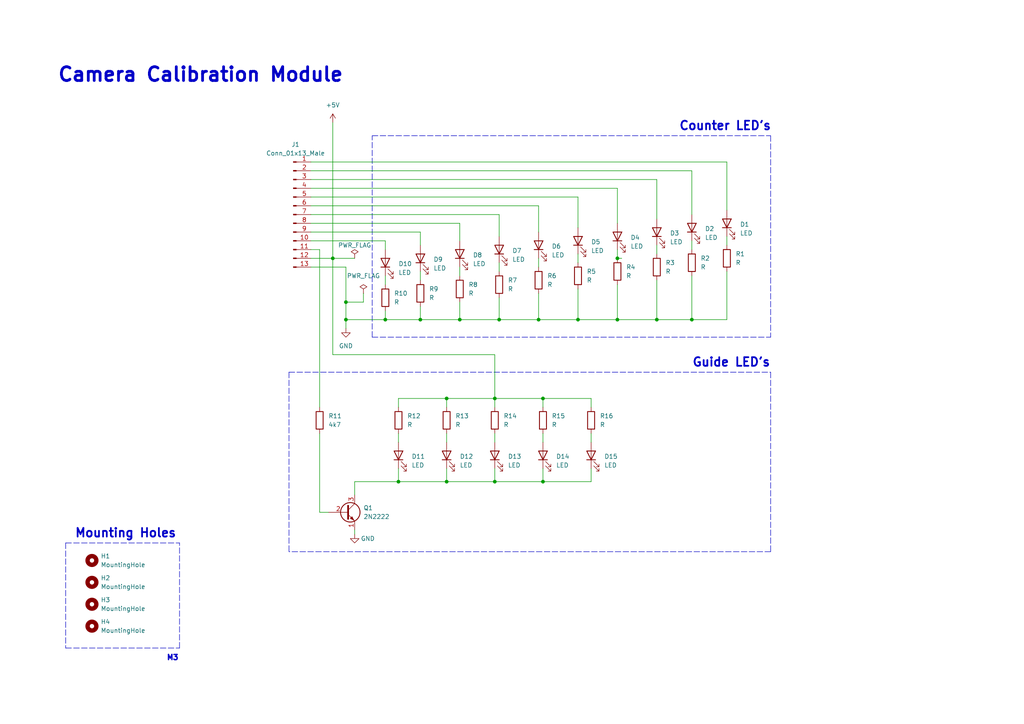
<source format=kicad_sch>
(kicad_sch (version 20211123) (generator eeschema)
  (paper "A4")
  (title_block (title "Camera Calibration Module (LED Counter)") (date "2022-12-16") (rev "0.1") (company "Alexander Sage") (comment 1 "Binary LED counter used for measuring the internal delay of the connected camera."))
  (lib_symbols
    (symbol "Connector:Conn_01x13_Male" (pin_names (offset 1.016) hide)
      (property "Reference" "J" (at 0 17.78 0))
      (property "Value" "Conn_01x13_Male" (at 0 -17.78 0))
      (symbol "Conn_01x13_Male_1_1"
        (polyline (pts (xy 1.27 -15.24) (xy 0.8636 -15.24)) (stroke (width 0.1524)))
        (polyline (pts (xy 1.27 -12.7) (xy 0.8636 -12.7)) (stroke (width 0.1524)))
        (polyline (pts (xy 1.27 -10.16) (xy 0.8636 -10.16)) (stroke (width 0.1524)))
        (polyline (pts (xy 1.27 -7.62) (xy 0.8636 -7.62)) (stroke (width 0.1524)))
        (polyline (pts (xy 1.27 -5.08) (xy 0.8636 -5.08)) (stroke (width 0.1524)))
        (polyline (pts (xy 1.27 -2.54) (xy 0.8636 -2.54)) (stroke (width 0.1524)))
        (polyline (pts (xy 1.27 0) (xy 0.8636 0)) (stroke (width 0.1524)))
        (polyline (pts (xy 1.27 2.54) (xy 0.8636 2.54)) (stroke (width 0.1524)))
        (polyline (pts (xy 1.27 5.08) (xy 0.8636 5.08)) (stroke (width 0.1524)))
        (polyline (pts (xy 1.27 7.62) (xy 0.8636 7.62)) (stroke (width 0.1524)))
        (polyline (pts (xy 1.27 10.16) (xy 0.8636 10.16)) (stroke (width 0.1524)))
        (polyline (pts (xy 1.27 12.7) (xy 0.8636 12.7)) (stroke (width 0.1524)))
        (polyline (pts (xy 1.27 15.24) (xy 0.8636 15.24)) (stroke (width 0.1524)))
        (rectangle (start 0.8636 -15.113) (end 0 -15.367) (stroke (width 0.1524)) (fill (type outline)))
        (rectangle (start 0.8636 -12.573) (end 0 -12.827) (stroke (width 0.1524)) (fill (type outline)))
        (rectangle (start 0.8636 -10.033) (end 0 -10.287) (stroke (width 0.1524)) (fill (type outline)))
        (rectangle (start 0.8636 -7.493) (end 0 -7.747) (stroke (width 0.1524)) (fill (type outline)))
        (rectangle (start 0.8636 -4.953) (end 0 -5.207) (stroke (width 0.1524)) (fill (type outline)))
        (rectangle (start 0.8636 -2.413) (end 0 -2.667) (stroke (width 0.1524)) (fill (type outline)))
        (rectangle (start 0.8636 0.127) (end 0 -0.127) (stroke (width 0.1524)) (fill (type outline)))
        (rectangle (start 0.8636 2.667) (end 0 2.413) (stroke (width 0.1524)) (fill (type outline)))
        (rectangle (start 0.8636 5.207) (end 0 4.953) (stroke (width 0.1524)) (fill (type outline)))
        (rectangle (start 0.8636 7.747) (end 0 7.493) (stroke (width 0.1524)) (fill (type outline)))
        (rectangle (start 0.8636 10.287) (end 0 10.033) (stroke (width 0.1524)) (fill (type outline)))
        (rectangle (start 0.8636 12.827) (end 0 12.573) (stroke (width 0.1524)) (fill (type outline)))
        (rectangle (start 0.8636 15.367) (end 0 15.113) (stroke (width 0.1524)) (fill (type outline)))
        (pin passive line (at 5.08 15.24 180) (length 3.81) (name "Pin_1") (number "1"))
        (pin passive line (at 5.08 -7.62 180) (length 3.81) (name "Pin_10") (number "10"))
        (pin passive line (at 5.08 -10.16 180) (length 3.81) (name "Pin_11") (number "11"))
        (pin passive line (at 5.08 -12.7 180) (length 3.81) (name "Pin_12") (number "12"))
        (pin passive line (at 5.08 -15.24 180) (length 3.81) (name "Pin_13") (number "13"))
        (pin passive line (at 5.08 12.7 180) (length 3.81) (name "Pin_2") (number "2"))
        (pin passive line (at 5.08 10.16 180) (length 3.81) (name "Pin_3") (number "3"))
        (pin passive line (at 5.08 7.62 180) (length 3.81) (name "Pin_4") (number "4"))
        (pin passive line (at 5.08 5.08 180) (length 3.81) (name "Pin_5") (number "5"))
        (pin passive line (at 5.08 2.54 180) (length 3.81) (name "Pin_6") (number "6"))
        (pin passive line (at 5.08 0 180) (length 3.81) (name "Pin_7") (number "7"))
        (pin passive line (at 5.08 -2.54 180) (length 3.81) (name "Pin_8") (number "8"))
        (pin passive line (at 5.08 -5.08 180) (length 3.81) (name "Pin_9") (number "9"))
      )
    )
    (symbol "Device:LED" (pin_numbers hide) (pin_names (offset 1.016) hide)
      (property "Reference" "D" (at 0 2.54 0))
      (property "Value" "LED" (at 0 -2.54 0))
      (symbol "LED_0_1"
        (polyline (pts (xy -1.27 -1.27) (xy -1.27 1.27)) (stroke (width 0.254)))
        (polyline (pts (xy -1.27 0) (xy 1.27 0)))
        (polyline (pts (xy 1.27 -1.27) (xy 1.27 1.27) (xy -1.27 0) (xy 1.27 -1.27)) (stroke (width 0.254)))
        (polyline (pts (xy -3.048 -0.762) (xy -4.572 -2.286) (xy -3.81 -2.286) (xy -4.572 -2.286) (xy -4.572 -1.524)))
        (polyline (pts (xy -1.778 -0.762) (xy -3.302 -2.286) (xy -2.54 -2.286) (xy -3.302 -2.286) (xy -3.302 -1.524)))
      )
      (symbol "LED_1_1"
        (pin passive line (at -3.81 0 0) (length 2.54) (name "K") (number "1"))
        (pin passive line (at 3.81 0 180) (length 2.54) (name "A") (number "2"))
      )
    )
    (symbol "Device:Q_NPN_EBC" (pin_names (offset 0) hide)
      (property "Reference" "Q" (at 5.08 1.27 0))
      (property "Value" "Q_NPN_EBC" (at 5.08 -1.27 0))
      (symbol "Q_NPN_EBC_0_1"
        (polyline (pts (xy 0.635 0.635) (xy 2.54 2.54)))
        (polyline (pts (xy 0.635 -0.635) (xy 2.54 -2.54) (xy 2.54 -2.54)))
        (polyline (pts (xy 0.635 1.905) (xy 0.635 -1.905) (xy 0.635 -1.905)) (stroke (width 0.508)))
        (polyline (pts (xy 1.27 -1.778) (xy 1.778 -1.27) (xy 2.286 -2.286) (xy 1.27 -1.778) (xy 1.27 -1.778)) (fill (type outline)))
        (circle (center 1.27 0) (radius 2.8194) (stroke (width 0.254)))
      )
      (symbol "Q_NPN_EBC_1_1"
        (pin passive line (at 2.54 -5.08 90) (length 2.54) (name "E") (number "1"))
        (pin passive line (at -5.08 0 0) (length 5.715) (name "B") (number "2"))
        (pin passive line (at 2.54 5.08 270) (length 2.54) (name "C") (number "3"))
      )
    )
    (symbol "Device:R" (pin_numbers hide) (pin_names (offset 0))
      (property "Reference" "R" (at 2.032 0 90))
      (property "Value" "R" (at 0 0 90))
      (symbol "R_0_1"
        (rectangle (start -1.016 -2.54) (end 1.016 2.54) (stroke (width 0.254)))
      )
      (symbol "R_1_1"
        (pin passive line (at 0 3.81 270) (length 1.27) (name "~") (number "1"))
        (pin passive line (at 0 -3.81 90) (length 1.27) (name "~") (number "2"))
      )
    )
    (symbol "Mechanical:MountingHole" (pin_names (offset 1.016))
      (property "Reference" "H" (at 0 5.08 0))
      (property "Value" "MountingHole" (at 0 3.175 0))
      (symbol "MountingHole_0_1"
        (circle (center 0 0) (radius 1.27) (stroke (width 1.27)))
      )
    )
    (symbol "power:+5V" (power) (pin_names (offset 0))
      (property "Value" "+5V" (at 0 3.556 0))
      (symbol "+5V_0_1"
        (polyline (pts (xy -0.762 1.27) (xy 0 2.54)))
        (polyline (pts (xy 0 0) (xy 0 2.54)))
        (polyline (pts (xy 0 2.54) (xy 0.762 1.27)))
      )
      (symbol "+5V_1_1"
        (pin power_in line (at 0 0 90) (length 0) hide (name "+5V") (number "1"))
      )
    )
    (symbol "power:GND" (power) (pin_names (offset 0))
      (property "Value" "GND" (at 0 -3.81 0))
      (symbol "GND_0_1"
        (polyline (pts (xy 0 0) (xy 0 -1.27) (xy 1.27 -1.27) (xy 0 -2.54) (xy -1.27 -1.27) (xy 0 -1.27)))
      )
      (symbol "GND_1_1"
        (pin power_in line (at 0 0 270) (length 0) hide (name "GND") (number "1"))
      )
    )
    (symbol "power:PWR_FLAG" (power) (pin_numbers hide) (pin_names (offset 0) hide)
      (property "Value" "PWR_FLAG" (at 0 3.81 0))
      (symbol "PWR_FLAG_0_0"
        (pin power_out line (at 0 0 90) (length 0) (name "pwr") (number "1"))
      )
      (symbol "PWR_FLAG_0_1"
        (polyline (pts (xy 0 0) (xy 0 1.27) (xy -1.016 1.905) (xy 0 2.54) (xy 1.016 1.905) (xy 0 1.27)))
      )
    )
  )
  (junction (at 179.07 74.93))
  (junction (at 133.35 92.71))
  (junction (at 143.51 139.7))
  (junction (at 100.33 92.71))
  (junction (at 200.66 92.71))
  (junction (at 157.48 115.57))
  (junction (at 96.52 74.93))
  (junction (at 144.78 92.71))
  (junction (at 143.51 115.57))
  (junction (at 115.57 139.7))
  (junction (at 100.33 87.63))
  (junction (at 190.5 92.71))
  (junction (at 179.07 92.71))
  (junction (at 157.48 139.7))
  (junction (at 156.21 92.71))
  (junction (at 129.54 115.57))
  (junction (at 167.64 92.71))
  (junction (at 129.54 139.7))
  (junction (at 111.76 92.71))
  (junction (at 121.92 92.71))
  (wire (pts (xy 190.5 71.12) (xy 190.5 73.66)))
  (wire (pts (xy 111.76 69.85) (xy 111.76 72.39)))
  (wire (pts (xy 102.87 139.7) (xy 102.87 143.51)))
  (wire (pts (xy 157.48 125.73) (xy 157.48 128.27)))
  (wire (pts (xy 210.82 78.74) (xy 210.82 92.71)))
  (wire (pts (xy 129.54 115.57) (xy 129.54 118.11)))
  (wire (pts (xy 157.48 139.7) (xy 143.51 139.7)))
  (wire (pts (xy 121.92 67.31) (xy 121.92 71.12)))
  (wire (pts (xy 90.17 54.61) (xy 179.07 54.61)))
  (wire (pts (xy 115.57 115.57) (xy 115.57 118.11)))
  (wire (pts (xy 133.35 92.71) (xy 121.92 92.71)))
  (wire (pts (xy 102.87 153.67) (xy 102.87 154.94)))
  (polyline (pts (xy 107.95 39.37) (xy 223.52 39.37)))
  (wire (pts (xy 115.57 135.89) (xy 115.57 139.7)))
  (wire (pts (xy 115.57 139.7) (xy 102.87 139.7)))
  (wire (pts (xy 171.45 135.89) (xy 171.45 139.7)))
  (wire (pts (xy 190.5 81.28) (xy 190.5 92.71)))
  (wire (pts (xy 167.64 57.15) (xy 167.64 66.04)))
  (polyline (pts (xy 107.95 97.79) (xy 223.52 97.79)))
  (wire (pts (xy 111.76 90.17) (xy 111.76 92.71)))
  (polyline (pts (xy 19.05 157.48) (xy 52.07 157.48)))
  (wire (pts (xy 100.33 87.63) (xy 105.41 87.63)))
  (polyline (pts (xy 52.07 187.96) (xy 52.07 157.48)))
  (wire (pts (xy 167.64 92.71) (xy 156.21 92.71)))
  (wire (pts (xy 171.45 118.11) (xy 171.45 115.57)))
  (wire (pts (xy 210.82 46.99) (xy 210.82 60.96)))
  (wire (pts (xy 190.5 92.71) (xy 179.07 92.71)))
  (wire (pts (xy 90.17 46.99) (xy 210.82 46.99)))
  (wire (pts (xy 156.21 59.69) (xy 156.21 67.31)))
  (wire (pts (xy 96.52 74.93) (xy 96.52 35.56)))
  (wire (pts (xy 156.21 92.71) (xy 144.78 92.71)))
  (wire (pts (xy 156.21 85.09) (xy 156.21 92.71)))
  (wire (pts (xy 157.48 118.11) (xy 157.48 115.57)))
  (wire (pts (xy 143.51 125.73) (xy 143.51 128.27)))
  (wire (pts (xy 90.17 57.15) (xy 167.64 57.15)))
  (wire (pts (xy 157.48 135.89) (xy 157.48 139.7)))
  (wire (pts (xy 144.78 86.36) (xy 144.78 92.71)))
  (wire (pts (xy 90.17 69.85) (xy 111.76 69.85)))
  (polyline (pts (xy 223.52 160.02) (xy 83.82 160.02)))
  (wire (pts (xy 115.57 125.73) (xy 115.57 128.27)))
  (wire (pts (xy 143.51 135.89) (xy 143.51 139.7)))
  (wire (pts (xy 144.78 76.2) (xy 144.78 78.74)))
  (wire (pts (xy 179.07 82.55) (xy 179.07 92.71)))
  (wire (pts (xy 111.76 80.01) (xy 111.76 82.55)))
  (polyline (pts (xy 19.05 157.48) (xy 19.05 187.96)))
  (wire (pts (xy 121.92 88.9) (xy 121.92 92.71)))
  (wire (pts (xy 143.51 102.87) (xy 143.51 115.57)))
  (wire (pts (xy 96.52 102.87) (xy 96.52 74.93)))
  (wire (pts (xy 133.35 77.47) (xy 133.35 80.01)))
  (wire (pts (xy 200.66 49.53) (xy 200.66 62.23)))
  (wire (pts (xy 167.64 73.66) (xy 167.64 76.2)))
  (wire (pts (xy 100.33 92.71) (xy 100.33 87.63)))
  (wire (pts (xy 90.17 72.39) (xy 92.71 72.39)))
  (wire (pts (xy 171.45 125.73) (xy 171.45 128.27)))
  (wire (pts (xy 179.07 92.71) (xy 167.64 92.71)))
  (wire (pts (xy 90.17 49.53) (xy 200.66 49.53)))
  (wire (pts (xy 133.35 87.63) (xy 133.35 92.71)))
  (wire (pts (xy 210.82 68.58) (xy 210.82 71.12)))
  (wire (pts (xy 111.76 92.71) (xy 100.33 92.71)))
  (wire (pts (xy 115.57 139.7) (xy 129.54 139.7)))
  (wire (pts (xy 92.71 125.73) (xy 92.71 148.59)))
  (wire (pts (xy 129.54 135.89) (xy 129.54 139.7)))
  (wire (pts (xy 200.66 80.01) (xy 200.66 92.71)))
  (wire (pts (xy 210.82 92.71) (xy 200.66 92.71)))
  (polyline (pts (xy 83.82 107.95) (xy 223.52 107.95)))
  (polyline (pts (xy 107.95 97.79) (xy 107.95 39.37)))
  (wire (pts (xy 129.54 115.57) (xy 115.57 115.57)))
  (wire (pts (xy 144.78 62.23) (xy 144.78 68.58)))
  (polyline (pts (xy 223.52 107.95) (xy 223.52 160.02)))
  (wire (pts (xy 100.33 87.63) (xy 100.33 77.47)))
  (wire (pts (xy 100.33 92.71) (xy 100.33 95.25)))
  (polyline (pts (xy 83.82 107.95) (xy 83.82 160.02)))
  (polyline (pts (xy 223.52 39.37) (xy 223.52 97.79)))
  (wire (pts (xy 90.17 64.77) (xy 133.35 64.77)))
  (wire (pts (xy 90.17 67.31) (xy 121.92 67.31)))
  (wire (pts (xy 143.51 115.57) (xy 143.51 118.11)))
  (wire (pts (xy 90.17 74.93) (xy 96.52 74.93)))
  (wire (pts (xy 105.41 85.09) (xy 105.41 87.63)))
  (wire (pts (xy 90.17 52.07) (xy 190.5 52.07)))
  (wire (pts (xy 143.51 115.57) (xy 129.54 115.57)))
  (wire (pts (xy 90.17 62.23) (xy 144.78 62.23)))
  (wire (pts (xy 179.07 74.93) (xy 180.34 74.93)))
  (wire (pts (xy 121.92 78.74) (xy 121.92 81.28)))
  (wire (pts (xy 157.48 115.57) (xy 171.45 115.57)))
  (wire (pts (xy 96.52 102.87) (xy 143.51 102.87)))
  (wire (pts (xy 157.48 115.57) (xy 143.51 115.57)))
  (wire (pts (xy 167.64 83.82) (xy 167.64 92.71)))
  (wire (pts (xy 171.45 139.7) (xy 157.48 139.7)))
  (wire (pts (xy 90.17 59.69) (xy 156.21 59.69)))
  (wire (pts (xy 156.21 74.93) (xy 156.21 77.47)))
  (wire (pts (xy 200.66 69.85) (xy 200.66 72.39)))
  (wire (pts (xy 95.25 148.59) (xy 92.71 148.59)))
  (polyline (pts (xy 19.05 187.96) (xy 52.07 187.96)))
  (wire (pts (xy 92.71 72.39) (xy 92.71 118.11)))
  (wire (pts (xy 200.66 92.71) (xy 190.5 92.71)))
  (wire (pts (xy 90.17 77.47) (xy 100.33 77.47)))
  (wire (pts (xy 133.35 64.77) (xy 133.35 69.85)))
  (wire (pts (xy 179.07 72.39) (xy 179.07 74.93)))
  (wire (pts (xy 121.92 92.71) (xy 111.76 92.71)))
  (wire (pts (xy 143.51 139.7) (xy 129.54 139.7)))
  (wire (pts (xy 144.78 92.71) (xy 133.35 92.71)))
  (wire (pts (xy 179.07 54.61) (xy 179.07 64.77)))
  (wire (pts (xy 129.54 125.73) (xy 129.54 128.27)))
  (wire (pts (xy 96.52 74.93) (xy 102.87 74.93)))
  (wire (pts (xy 190.5 52.07) (xy 190.5 63.5)))
  (text "M3\n" (at 48.26 191.77 0) (effects (font (size 1.5 1.5) (thickness 0.5) bold) (justify left bottom)))
  (text "Guide LED's" (at 200.66 106.68 0) (effects (font (size 2.5 2.5) (thickness 0.5) bold) (justify left bottom)))
  (text "Camera Calibration Module" (at 16.51 24.13 0) (effects (font (size 4 4) bold) (justify left bottom)))
  (text "Mounting Holes\n" (at 21.59 156.21 0) (effects (font (size 2.5 2.5) (thickness 0.5) bold) (justify left bottom)))
  (text "Counter LED's" (at 196.85 38.1 0) (effects (font (size 2.5 2.5) bold) (justify left bottom)))
  (symbol (lib_id "Device:R") (at 156.21 81.28 0) (unit 1)
    (property "Reference" "R6" (at 158.75 80.0099 0) (effects (justify left)))
    (property "Value" "R" (at 158.75 82.5499 0) (effects (justify left)))
    (property "Footprint" "Resistor_THT:R_Axial_DIN0204_L3.6mm_D1.6mm_P7.62mm_Horizontal" (effects hide))
  )
  (symbol (lib_id "Device:R") (at 129.54 121.92 0) (unit 1)
    (property "Reference" "R13" (at 132.08 120.6499 0) (effects (justify left)))
    (property "Value" "R" (at 132.08 123.1899 0) (effects (justify left)))
    (property "Footprint" "Resistor_THT:R_Axial_DIN0204_L3.6mm_D1.6mm_P7.62mm_Horizontal" (effects hide))
  )
  (symbol (lib_id "Device:LED") (at 115.57 132.08 90) (unit 1)
    (property "Reference" "D11" (at 119.38 132.3974 90) (effects (justify right)))
    (property "Value" "LED" (at 119.38 134.9374 90) (effects (justify right)))
    (property "Footprint" "LED_THT:LED_D5.0mm" (effects hide))
  )
  (symbol (lib_id "Device:R") (at 190.5 77.47 0) (unit 1)
    (property "Reference" "R3" (at 193.04 76.1999 0) (effects (justify left)))
    (property "Value" "R" (at 193.04 78.7399 0) (effects (justify left)))
    (property "Footprint" "Resistor_THT:R_Axial_DIN0204_L3.6mm_D1.6mm_P7.62mm_Horizontal" (effects hide))
  )
  (symbol (lib_id "Connector:Conn_01x13_Male") (at 85.09 62.23 0) (unit 1)
    (property "Reference" "J1" (at 85.725 41.91 0))
    (property "Value" "Conn_01x13_Male" (at 85.725 44.45 0))
    (property "Footprint" "Connector_PinHeader_2.54mm:PinHeader_1x13_P2.54mm_Vertical" (effects hide))
  )
  (symbol (lib_id "Device:R") (at 167.64 80.01 0) (unit 1)
    (property "Reference" "R5" (at 170.18 78.7399 0) (effects (justify left)))
    (property "Value" "R" (at 170.18 81.2799 0) (effects (justify left)))
    (property "Footprint" "Resistor_THT:R_Axial_DIN0204_L3.6mm_D1.6mm_P7.62mm_Horizontal" (effects hide))
  )
  (symbol (lib_id "Device:LED") (at 210.82 64.77 90) (unit 1)
    (property "Reference" "D1" (at 214.63 65.0874 90) (effects (justify right)))
    (property "Value" "LED" (at 214.63 67.6274 90) (effects (justify right)))
    (property "Footprint" "LED_THT:LED_D5.0mm" (effects hide))
  )
  (symbol (lib_id "Device:LED") (at 167.64 69.85 90) (unit 1)
    (property "Reference" "D5" (at 171.45 70.1674 90) (effects (justify right)))
    (property "Value" "LED" (at 171.45 72.7074 90) (effects (justify right)))
    (property "Footprint" "LED_THT:LED_D5.0mm" (effects hide))
  )
  (symbol (lib_id "power:GND") (at 100.33 95.25 0) (unit 1)
    (property "Reference" "#PWR02" (effects hide))
    (property "Value" "GND" (at 100.33 100.33 0))
  )
  (symbol (lib_id "Device:R") (at 115.57 121.92 0) (unit 1)
    (property "Reference" "R12" (at 118.11 120.6499 0) (effects (justify left)))
    (property "Value" "R" (at 118.11 123.1899 0) (effects (justify left)))
    (property "Footprint" "Resistor_THT:R_Axial_DIN0204_L3.6mm_D1.6mm_P7.62mm_Horizontal" (effects hide))
  )
  (symbol (lib_id "Device:R") (at 133.35 83.82 0) (unit 1)
    (property "Reference" "R8" (at 135.89 82.5499 0) (effects (justify left)))
    (property "Value" "R" (at 135.89 85.0899 0) (effects (justify left)))
    (property "Footprint" "Resistor_THT:R_Axial_DIN0204_L3.6mm_D1.6mm_P7.62mm_Horizontal" (effects hide))
  )
  (symbol (lib_id "Device:R") (at 210.82 74.93 0) (unit 1)
    (property "Reference" "R1" (at 213.36 73.6599 0) (effects (justify left)))
    (property "Value" "R" (at 213.36 76.1999 0) (effects (justify left)))
    (property "Footprint" "Resistor_THT:R_Axial_DIN0204_L3.6mm_D1.6mm_P7.62mm_Horizontal" (effects hide))
  )
  (symbol (lib_id "Device:R") (at 111.76 86.36 0) (unit 1)
    (property "Reference" "R10" (at 114.3 85.0899 0) (effects (justify left)))
    (property "Value" "R" (at 114.3 87.6299 0) (effects (justify left)))
    (property "Footprint" "Resistor_THT:R_Axial_DIN0204_L3.6mm_D1.6mm_P7.62mm_Horizontal" (effects hide))
  )
  (symbol (lib_id "Device:R") (at 143.51 121.92 0) (unit 1)
    (property "Reference" "R14" (at 146.05 120.6499 0) (effects (justify left)))
    (property "Value" "R" (at 146.05 123.1899 0) (effects (justify left)))
    (property "Footprint" "Resistor_THT:R_Axial_DIN0204_L3.6mm_D1.6mm_P7.62mm_Horizontal" (effects hide))
  )
  (symbol (lib_id "Device:LED") (at 144.78 72.39 90) (unit 1)
    (property "Reference" "D7" (at 148.59 72.7074 90) (effects (justify right)))
    (property "Value" "LED" (at 148.59 75.2474 90) (effects (justify right)))
    (property "Footprint" "LED_THT:LED_D5.0mm" (effects hide))
  )
  (symbol (lib_id "Device:LED") (at 200.66 66.04 90) (unit 1)
    (property "Reference" "D2" (at 204.47 66.3574 90) (effects (justify right)))
    (property "Value" "LED" (at 204.47 68.8974 90) (effects (justify right)))
    (property "Footprint" "LED_THT:LED_D5.0mm" (effects hide))
  )
  (symbol (lib_id "power:PWR_FLAG") (at 102.87 74.93 0) (unit 1)
    (property "Reference" "#FLG0102" (effects hide))
    (property "Value" "PWR_FLAG" (at 102.87 71.12 0))
  )
  (symbol (lib_id "Device:LED") (at 171.45 132.08 90) (unit 1)
    (property "Reference" "D15" (at 175.26 132.3974 90) (effects (justify right)))
    (property "Value" "LED" (at 175.26 134.9374 90) (effects (justify right)))
    (property "Footprint" "LED_THT:LED_D5.0mm" (effects hide))
  )
  (symbol (lib_id "power:+5V") (at 96.52 35.56 0) (unit 1)
    (property "Reference" "#PWR01" (effects hide))
    (property "Value" "+5V" (at 96.52 30.48 0))
  )
  (symbol (lib_id "Device:LED") (at 143.51 132.08 90) (unit 1)
    (property "Reference" "D13" (at 147.32 132.3974 90) (effects (justify right)))
    (property "Value" "LED" (at 147.32 134.9374 90) (effects (justify right)))
    (property "Footprint" "LED_THT:LED_D5.0mm" (effects hide))
  )
  (symbol (lib_id "power:GND") (at 102.87 154.94 0) (unit 1)
    (property "Reference" "#PWR03" (effects hide))
    (property "Value" "GND" (at 106.68 156.21 0))
  )
  (symbol (lib_id "Device:LED") (at 133.35 73.66 90) (unit 1)
    (property "Reference" "D8" (at 137.16 73.9774 90) (effects (justify right)))
    (property "Value" "LED" (at 137.16 76.5174 90) (effects (justify right)))
    (property "Footprint" "LED_THT:LED_D5.0mm" (effects hide))
  )
  (symbol (lib_id "power:PWR_FLAG") (at 105.41 85.09 0) (unit 1)
    (property "Reference" "#FLG0101" (effects hide))
    (property "Value" "PWR_FLAG" (at 105.41 80.01 0))
  )
  (symbol (lib_id "Mechanical:MountingHole") (at 26.67 181.61 0) (unit 1)
    (property "Reference" "H4" (at 29.21 180.3399 0) (effects (justify left)))
    (property "Value" "MountingHole" (at 29.21 182.8799 0) (effects (justify left)))
    (property "Footprint" "MountingHole:MountingHole_3.2mm_M3" (effects hide))
  )
  (symbol (lib_id "Device:LED") (at 179.07 68.58 90) (unit 1)
    (property "Reference" "D4" (at 182.88 68.8974 90) (effects (justify right)))
    (property "Value" "LED" (at 182.88 71.4374 90) (effects (justify right)))
    (property "Footprint" "LED_THT:LED_D5.0mm" (effects hide))
  )
  (symbol (lib_id "Device:R") (at 179.07 78.74 0) (unit 1)
    (property "Reference" "R4" (at 181.61 77.4699 0) (effects (justify left)))
    (property "Value" "R" (at 181.61 80.0099 0) (effects (justify left)))
    (property "Footprint" "Resistor_THT:R_Axial_DIN0204_L3.6mm_D1.6mm_P7.62mm_Horizontal" (effects hide))
  )
  (symbol (lib_id "Device:LED") (at 190.5 67.31 90) (unit 1)
    (property "Reference" "D3" (at 194.31 67.6274 90) (effects (justify right)))
    (property "Value" "LED" (at 194.31 70.1674 90) (effects (justify right)))
    (property "Footprint" "LED_THT:LED_D5.0mm" (effects hide))
  )
  (symbol (lib_id "Device:R") (at 157.48 121.92 0) (unit 1)
    (property "Reference" "R15" (at 160.02 120.6499 0) (effects (justify left)))
    (property "Value" "R" (at 160.02 123.1899 0) (effects (justify left)))
    (property "Footprint" "Resistor_THT:R_Axial_DIN0204_L3.6mm_D1.6mm_P7.62mm_Horizontal" (effects hide))
  )
  (symbol (lib_id "Device:LED") (at 129.54 132.08 90) (unit 1)
    (property "Reference" "D12" (at 133.35 132.3974 90) (effects (justify right)))
    (property "Value" "LED" (at 133.35 134.9374 90) (effects (justify right)))
    (property "Footprint" "LED_THT:LED_D5.0mm" (effects hide))
  )
  (symbol (lib_id "Device:R") (at 144.78 82.55 0) (unit 1)
    (property "Reference" "R7" (at 147.32 81.2799 0) (effects (justify left)))
    (property "Value" "R" (at 147.32 83.8199 0) (effects (justify left)))
    (property "Footprint" "Resistor_THT:R_Axial_DIN0204_L3.6mm_D1.6mm_P7.62mm_Horizontal" (effects hide))
  )
  (symbol (lib_id "Mechanical:MountingHole") (at 26.67 175.26 0) (unit 1)
    (property "Reference" "H3" (at 29.21 173.9899 0) (effects (justify left)))
    (property "Value" "MountingHole" (at 29.21 176.5299 0) (effects (justify left)))
    (property "Footprint" "MountingHole:MountingHole_3.2mm_M3" (effects hide))
  )
  (symbol (lib_id "Mechanical:MountingHole") (at 26.67 168.91 0) (unit 1)
    (property "Reference" "H2" (at 29.21 167.6399 0) (effects (justify left)))
    (property "Value" "MountingHole" (at 29.21 170.1799 0) (effects (justify left)))
    (property "Footprint" "MountingHole:MountingHole_3.2mm_M3" (effects hide))
  )
  (symbol (lib_id "Mechanical:MountingHole") (at 26.67 162.56 0) (unit 1)
    (property "Reference" "H1" (at 29.21 161.2899 0) (effects (justify left)))
    (property "Value" "MountingHole" (at 29.21 163.8299 0) (effects (justify left)))
    (property "Footprint" "MountingHole:MountingHole_3.2mm_M3" (effects hide))
  )
  (symbol (lib_id "Device:R") (at 200.66 76.2 0) (unit 1)
    (property "Reference" "R2" (at 203.2 74.9299 0) (effects (justify left)))
    (property "Value" "R" (at 203.2 77.4699 0) (effects (justify left)))
    (property "Footprint" "Resistor_THT:R_Axial_DIN0204_L3.6mm_D1.6mm_P7.62mm_Horizontal" (effects hide))
  )
  (symbol (lib_id "Device:R") (at 92.71 121.92 0) (unit 1)
    (property "Reference" "R11" (at 95.25 120.6499 0) (effects (justify left)))
    (property "Value" "4k7" (at 95.25 123.1899 0) (effects (justify left)))
    (property "Footprint" "Resistor_THT:R_Axial_DIN0204_L3.6mm_D1.6mm_P7.62mm_Horizontal" (effects hide))
  )
  (symbol (lib_id "Device:LED") (at 121.92 74.93 90) (unit 1)
    (property "Reference" "D9" (at 125.73 75.2474 90) (effects (justify right)))
    (property "Value" "LED" (at 125.73 77.7874 90) (effects (justify right)))
    (property "Footprint" "LED_THT:LED_D5.0mm" (effects hide))
  )
  (symbol (lib_id "Device:LED") (at 111.76 76.2 90) (unit 1)
    (property "Reference" "D10" (at 115.57 76.5174 90) (effects (justify right)))
    (property "Value" "LED" (at 115.57 79.0574 90) (effects (justify right)))
    (property "Footprint" "LED_THT:LED_D5.0mm" (effects hide))
  )
  (symbol (lib_id "Device:Q_NPN_EBC") (at 100.33 148.59 0) (unit 1)
    (property "Reference" "Q1" (at 105.41 147.3199 0) (effects (justify left)))
    (property "Value" "2N2222" (at 105.41 149.8599 0) (effects (justify left)))
    (property "Footprint" "Package_TO_SOT_THT:TO-92" (effects hide))
  )
  (symbol (lib_id "Device:LED") (at 157.48 132.08 90) (unit 1)
    (property "Reference" "D14" (at 161.29 132.3974 90) (effects (justify right)))
    (property "Value" "LED" (at 161.29 134.9374 90) (effects (justify right)))
    (property "Footprint" "LED_THT:LED_D5.0mm" (effects hide))
  )
  (symbol (lib_id "Device:R") (at 121.92 85.09 0) (unit 1)
    (property "Reference" "R9" (at 124.46 83.8199 0) (effects (justify left)))
    (property "Value" "R" (at 124.46 86.3599 0) (effects (justify left)))
    (property "Footprint" "Resistor_THT:R_Axial_DIN0204_L3.6mm_D1.6mm_P7.62mm_Horizontal" (effects hide))
  )
  (symbol (lib_id "Device:LED") (at 156.21 71.12 90) (unit 1)
    (property "Reference" "D6" (at 160.02 71.4374 90) (effects (justify right)))
    (property "Value" "LED" (at 160.02 73.9774 90) (effects (justify right)))
    (property "Footprint" "LED_THT:LED_D5.0mm" (effects hide))
  )
  (symbol (lib_id "Device:R") (at 171.45 121.92 0) (unit 1)
    (property "Reference" "R16" (at 173.99 120.6499 0) (effects (justify left)))
    (property "Value" "R" (at 173.99 123.1899 0) (effects (justify left)))
    (property "Footprint" "Resistor_THT:R_Axial_DIN0204_L3.6mm_D1.6mm_P7.62mm_Horizontal" (effects hide))
  )
)
</source>
